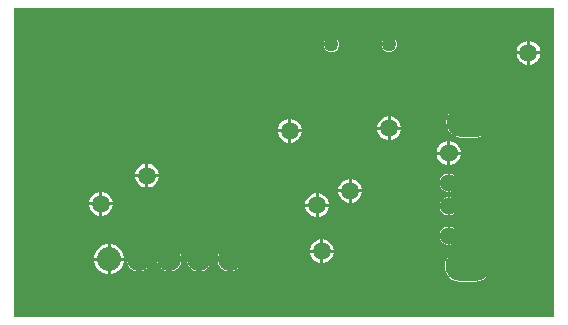
<source format=gbl>
G04*
G04 #@! TF.GenerationSoftware,Altium Limited,Altium Designer,22.8.2 (66)*
G04*
G04 Layer_Physical_Order=2*
G04 Layer_Color=16711680*
%FSLAX44Y44*%
%MOMM*%
G71*
G04*
G04 #@! TF.SameCoordinates,52C54432-6914-4BE2-A169-96465BD4BA84*
G04*
G04*
G04 #@! TF.FilePolarity,Positive*
G04*
G01*
G75*
%ADD35C,1.2700*%
%ADD36O,3.8100X2.5400*%
%ADD37C,1.5240*%
%ADD38C,2.0320*%
%ADD39R,2.0320X2.0320*%
%ADD40C,1.5000*%
G36*
X1780000Y988000D02*
X1322000D01*
Y1250000D01*
X1780000D01*
Y988000D01*
D02*
G37*
%LPC*%
G36*
X1759322Y1222040D02*
X1759270D01*
Y1213270D01*
X1768040D01*
Y1213322D01*
X1767356Y1215875D01*
X1766034Y1218165D01*
X1764165Y1220034D01*
X1761875Y1221356D01*
X1759322Y1222040D01*
D02*
G37*
G36*
X1756730D02*
X1756678D01*
X1754125Y1221356D01*
X1751835Y1220034D01*
X1749966Y1218165D01*
X1748644Y1215875D01*
X1747960Y1213322D01*
Y1213270D01*
X1756730D01*
Y1222040D01*
D02*
G37*
G36*
X1641271Y1225389D02*
X1638729D01*
X1636381Y1224416D01*
X1634584Y1222619D01*
X1633611Y1220271D01*
Y1217729D01*
X1634584Y1215381D01*
X1636381Y1213584D01*
X1638729Y1212611D01*
X1641271D01*
X1643619Y1213584D01*
X1645416Y1215381D01*
X1646389Y1217729D01*
Y1220271D01*
X1645416Y1222619D01*
X1643619Y1224416D01*
X1641271Y1225389D01*
D02*
G37*
G36*
X1592271D02*
X1589729D01*
X1587381Y1224416D01*
X1585584Y1222619D01*
X1584611Y1220271D01*
Y1217729D01*
X1585584Y1215381D01*
X1587381Y1213584D01*
X1589729Y1212611D01*
X1592271D01*
X1594619Y1213584D01*
X1596416Y1215381D01*
X1597389Y1217729D01*
Y1220271D01*
X1596416Y1222619D01*
X1594619Y1224416D01*
X1592271Y1225389D01*
D02*
G37*
G36*
X1768040Y1210730D02*
X1759270D01*
Y1201960D01*
X1759322D01*
X1761875Y1202644D01*
X1764165Y1203966D01*
X1766034Y1205835D01*
X1767356Y1208125D01*
X1768040Y1210678D01*
Y1210730D01*
D02*
G37*
G36*
X1756730D02*
X1747960D01*
Y1210678D01*
X1748644Y1208125D01*
X1749966Y1205835D01*
X1751835Y1203966D01*
X1754125Y1202644D01*
X1756678Y1201960D01*
X1756730D01*
Y1210730D01*
D02*
G37*
G36*
X1641322Y1158040D02*
X1641270D01*
Y1149270D01*
X1650040D01*
Y1149322D01*
X1649356Y1151875D01*
X1648034Y1154165D01*
X1646165Y1156034D01*
X1643875Y1157356D01*
X1641322Y1158040D01*
D02*
G37*
G36*
X1638730D02*
X1638678D01*
X1636125Y1157356D01*
X1633835Y1156034D01*
X1631966Y1154165D01*
X1630644Y1151875D01*
X1629960Y1149322D01*
Y1149270D01*
X1638730D01*
Y1158040D01*
D02*
G37*
G36*
X1557322Y1156040D02*
X1557270D01*
Y1147270D01*
X1566040D01*
Y1147322D01*
X1565356Y1149875D01*
X1564034Y1152165D01*
X1562165Y1154034D01*
X1559875Y1155356D01*
X1557322Y1156040D01*
D02*
G37*
G36*
X1554730D02*
X1554678D01*
X1552125Y1155356D01*
X1549835Y1154034D01*
X1547966Y1152165D01*
X1546644Y1149875D01*
X1545960Y1147322D01*
Y1147270D01*
X1554730D01*
Y1156040D01*
D02*
G37*
G36*
X1713720Y1165889D02*
X1701020D01*
X1697695Y1165451D01*
X1694596Y1164167D01*
X1691935Y1162125D01*
X1689893Y1159464D01*
X1688609Y1156366D01*
X1688172Y1153040D01*
X1688609Y1149715D01*
X1689893Y1146616D01*
X1691935Y1143955D01*
X1694596Y1141913D01*
X1697695Y1140629D01*
X1701020Y1140191D01*
X1713720D01*
X1717045Y1140629D01*
X1720144Y1141913D01*
X1722805Y1143955D01*
X1724847Y1146616D01*
X1726131Y1149715D01*
X1726568Y1153040D01*
X1726131Y1156366D01*
X1724847Y1159464D01*
X1722805Y1162125D01*
X1720144Y1164167D01*
X1717045Y1165451D01*
X1713720Y1165889D01*
D02*
G37*
G36*
X1650040Y1146730D02*
X1641270D01*
Y1137960D01*
X1641322D01*
X1643875Y1138644D01*
X1646165Y1139966D01*
X1648034Y1141835D01*
X1649356Y1144125D01*
X1650040Y1146678D01*
Y1146730D01*
D02*
G37*
G36*
X1638730D02*
X1629960D01*
Y1146678D01*
X1630644Y1144125D01*
X1631966Y1141835D01*
X1633835Y1139966D01*
X1636125Y1138644D01*
X1638678Y1137960D01*
X1638730D01*
Y1146730D01*
D02*
G37*
G36*
X1566040Y1144730D02*
X1557270D01*
Y1135960D01*
X1557322D01*
X1559875Y1136644D01*
X1562165Y1137966D01*
X1564034Y1139835D01*
X1565356Y1142125D01*
X1566040Y1144678D01*
Y1144730D01*
D02*
G37*
G36*
X1554730D02*
X1545960D01*
Y1144678D01*
X1546644Y1142125D01*
X1547966Y1139835D01*
X1549835Y1137966D01*
X1552125Y1136644D01*
X1554678Y1135960D01*
X1554730D01*
Y1144730D01*
D02*
G37*
G36*
X1691708Y1137200D02*
X1691640D01*
Y1128310D01*
X1700530D01*
Y1128378D01*
X1699838Y1130962D01*
X1698500Y1133278D01*
X1696608Y1135170D01*
X1694292Y1136508D01*
X1691708Y1137200D01*
D02*
G37*
G36*
X1689100D02*
X1689032D01*
X1686448Y1136508D01*
X1684132Y1135170D01*
X1682240Y1133278D01*
X1680902Y1130962D01*
X1680210Y1128378D01*
Y1128310D01*
X1689100D01*
Y1137200D01*
D02*
G37*
G36*
X1700530Y1125770D02*
X1691640D01*
Y1116880D01*
X1691708D01*
X1694292Y1117572D01*
X1696608Y1118910D01*
X1698500Y1120802D01*
X1699838Y1123118D01*
X1700530Y1125702D01*
Y1125770D01*
D02*
G37*
G36*
X1689100D02*
X1680210D01*
Y1125702D01*
X1680902Y1123118D01*
X1682240Y1120802D01*
X1684132Y1118910D01*
X1686448Y1117572D01*
X1689032Y1116880D01*
X1689100D01*
Y1125770D01*
D02*
G37*
G36*
X1436322Y1118040D02*
X1436270D01*
Y1109270D01*
X1445040D01*
Y1109322D01*
X1444356Y1111875D01*
X1443034Y1114165D01*
X1441165Y1116034D01*
X1438875Y1117356D01*
X1436322Y1118040D01*
D02*
G37*
G36*
X1433730D02*
X1433678D01*
X1431125Y1117356D01*
X1428835Y1116034D01*
X1426966Y1114165D01*
X1425644Y1111875D01*
X1424960Y1109322D01*
Y1109270D01*
X1433730D01*
Y1118040D01*
D02*
G37*
G36*
X1445040Y1106730D02*
X1436270D01*
Y1097960D01*
X1436322D01*
X1438875Y1098644D01*
X1441165Y1099966D01*
X1443034Y1101835D01*
X1444356Y1104125D01*
X1445040Y1106678D01*
Y1106730D01*
D02*
G37*
G36*
X1433730D02*
X1424960D01*
Y1106678D01*
X1425644Y1104125D01*
X1426966Y1101835D01*
X1428835Y1099966D01*
X1431125Y1098644D01*
X1433678Y1097960D01*
X1433730D01*
Y1106730D01*
D02*
G37*
G36*
X1608322Y1105040D02*
X1608270D01*
Y1096270D01*
X1617040D01*
Y1096322D01*
X1616356Y1098875D01*
X1615034Y1101165D01*
X1613165Y1103034D01*
X1610875Y1104356D01*
X1608322Y1105040D01*
D02*
G37*
G36*
X1605730D02*
X1605678D01*
X1603125Y1104356D01*
X1600835Y1103034D01*
X1598966Y1101165D01*
X1597644Y1098875D01*
X1596960Y1096322D01*
Y1096270D01*
X1605730D01*
Y1105040D01*
D02*
G37*
G36*
X1691378Y1109699D02*
X1689362D01*
X1687414Y1109177D01*
X1685668Y1108168D01*
X1684242Y1106742D01*
X1683233Y1104996D01*
X1682711Y1103048D01*
Y1101032D01*
X1683233Y1099084D01*
X1684242Y1097337D01*
X1685668Y1095912D01*
X1687414Y1094903D01*
X1689362Y1094381D01*
X1691378D01*
X1693326Y1094903D01*
X1695072Y1095912D01*
X1696498Y1097337D01*
X1697507Y1099084D01*
X1698029Y1101032D01*
Y1103048D01*
X1697507Y1104996D01*
X1696498Y1106742D01*
X1695072Y1108168D01*
X1693326Y1109177D01*
X1691378Y1109699D01*
D02*
G37*
G36*
X1397322Y1094040D02*
X1397270D01*
Y1085270D01*
X1406040D01*
Y1085322D01*
X1405356Y1087875D01*
X1404034Y1090165D01*
X1402165Y1092034D01*
X1399875Y1093356D01*
X1397322Y1094040D01*
D02*
G37*
G36*
X1394730D02*
X1394678D01*
X1392125Y1093356D01*
X1389835Y1092034D01*
X1387966Y1090165D01*
X1386644Y1087875D01*
X1385960Y1085322D01*
Y1085270D01*
X1394730D01*
Y1094040D01*
D02*
G37*
G36*
X1617040Y1093730D02*
X1608270D01*
Y1084960D01*
X1608322D01*
X1610875Y1085644D01*
X1613165Y1086966D01*
X1615034Y1088835D01*
X1616356Y1091125D01*
X1617040Y1093678D01*
Y1093730D01*
D02*
G37*
G36*
X1605730D02*
X1596960D01*
Y1093678D01*
X1597644Y1091125D01*
X1598966Y1088835D01*
X1600835Y1086966D01*
X1603125Y1085644D01*
X1605678Y1084960D01*
X1605730D01*
Y1093730D01*
D02*
G37*
G36*
X1580322Y1093040D02*
X1580270D01*
Y1084270D01*
X1589040D01*
Y1084322D01*
X1588356Y1086875D01*
X1587034Y1089165D01*
X1585165Y1091034D01*
X1582875Y1092356D01*
X1580322Y1093040D01*
D02*
G37*
G36*
X1577730D02*
X1577678D01*
X1575125Y1092356D01*
X1572835Y1091034D01*
X1570966Y1089165D01*
X1569644Y1086875D01*
X1568960Y1084322D01*
Y1084270D01*
X1577730D01*
Y1093040D01*
D02*
G37*
G36*
X1691378Y1089699D02*
X1689362D01*
X1687414Y1089177D01*
X1685668Y1088168D01*
X1684242Y1086742D01*
X1683233Y1084996D01*
X1682711Y1083048D01*
Y1081032D01*
X1683233Y1079084D01*
X1684242Y1077337D01*
X1685668Y1075912D01*
X1687414Y1074903D01*
X1689362Y1074381D01*
X1691378D01*
X1693326Y1074903D01*
X1695072Y1075912D01*
X1696498Y1077337D01*
X1697507Y1079084D01*
X1698029Y1081032D01*
Y1083048D01*
X1697507Y1084996D01*
X1696498Y1086742D01*
X1695072Y1088168D01*
X1693326Y1089177D01*
X1691378Y1089699D01*
D02*
G37*
G36*
X1406040Y1082730D02*
X1397270D01*
Y1073960D01*
X1397322D01*
X1399875Y1074644D01*
X1402165Y1075966D01*
X1404034Y1077835D01*
X1405356Y1080125D01*
X1406040Y1082678D01*
Y1082730D01*
D02*
G37*
G36*
X1394730D02*
X1385960D01*
Y1082678D01*
X1386644Y1080125D01*
X1387966Y1077835D01*
X1389835Y1075966D01*
X1392125Y1074644D01*
X1394678Y1073960D01*
X1394730D01*
Y1082730D01*
D02*
G37*
G36*
X1589040Y1081730D02*
X1580270D01*
Y1072960D01*
X1580322D01*
X1582875Y1073644D01*
X1585165Y1074966D01*
X1587034Y1076835D01*
X1588356Y1079125D01*
X1589040Y1081678D01*
Y1081730D01*
D02*
G37*
G36*
X1577730D02*
X1568960D01*
Y1081678D01*
X1569644Y1079125D01*
X1570966Y1076835D01*
X1572835Y1074966D01*
X1575125Y1073644D01*
X1577678Y1072960D01*
X1577730D01*
Y1081730D01*
D02*
G37*
G36*
X1691378Y1064699D02*
X1689362D01*
X1687414Y1064177D01*
X1685668Y1063168D01*
X1684242Y1061742D01*
X1683233Y1059996D01*
X1682711Y1058048D01*
Y1056032D01*
X1683233Y1054084D01*
X1684242Y1052337D01*
X1685668Y1050912D01*
X1687414Y1049903D01*
X1689362Y1049381D01*
X1691378D01*
X1693326Y1049903D01*
X1695072Y1050912D01*
X1696498Y1052337D01*
X1697507Y1054084D01*
X1698029Y1056032D01*
Y1058048D01*
X1697507Y1059996D01*
X1696498Y1061742D01*
X1695072Y1063168D01*
X1693326Y1064177D01*
X1691378Y1064699D01*
D02*
G37*
G36*
X1584322Y1054040D02*
X1584270D01*
Y1045270D01*
X1593040D01*
Y1045322D01*
X1592356Y1047875D01*
X1591034Y1050165D01*
X1589165Y1052034D01*
X1586875Y1053356D01*
X1584322Y1054040D01*
D02*
G37*
G36*
X1581730D02*
X1581678D01*
X1579125Y1053356D01*
X1576835Y1052034D01*
X1574966Y1050165D01*
X1573644Y1047875D01*
X1572960Y1045322D01*
Y1045270D01*
X1581730D01*
Y1054040D01*
D02*
G37*
G36*
X1404672Y1049700D02*
X1404270D01*
Y1038270D01*
X1415700D01*
Y1038672D01*
X1414834Y1041902D01*
X1413163Y1044798D01*
X1410798Y1047162D01*
X1407902Y1048835D01*
X1404672Y1049700D01*
D02*
G37*
G36*
X1401730D02*
X1401328D01*
X1398098Y1048835D01*
X1395202Y1047162D01*
X1392838Y1044798D01*
X1391165Y1041902D01*
X1390300Y1038672D01*
Y1038270D01*
X1401730D01*
Y1049700D01*
D02*
G37*
G36*
X1593040Y1042730D02*
X1584270D01*
Y1033960D01*
X1584322D01*
X1586875Y1034644D01*
X1589165Y1035966D01*
X1591034Y1037835D01*
X1592356Y1040125D01*
X1593040Y1042678D01*
Y1042730D01*
D02*
G37*
G36*
X1581730D02*
X1572960D01*
Y1042678D01*
X1573644Y1040125D01*
X1574966Y1037835D01*
X1576835Y1035966D01*
X1579125Y1034644D01*
X1581678Y1033960D01*
X1581730D01*
Y1042730D01*
D02*
G37*
G36*
X1540199Y1047199D02*
X1519801D01*
Y1026801D01*
X1540199D01*
Y1047199D01*
D02*
G37*
G36*
X1506343D02*
X1503657D01*
X1501064Y1046504D01*
X1498738Y1045161D01*
X1496839Y1043262D01*
X1495496Y1040937D01*
X1494801Y1038343D01*
Y1035657D01*
X1495496Y1033064D01*
X1496839Y1030738D01*
X1498738Y1028839D01*
X1501064Y1027496D01*
X1503657Y1026801D01*
X1506343D01*
X1508936Y1027496D01*
X1511262Y1028839D01*
X1513161Y1030738D01*
X1514504Y1033064D01*
X1515199Y1035657D01*
Y1038343D01*
X1514504Y1040937D01*
X1513161Y1043262D01*
X1511262Y1045161D01*
X1508936Y1046504D01*
X1506343Y1047199D01*
D02*
G37*
G36*
X1480343D02*
X1477657D01*
X1475063Y1046504D01*
X1472738Y1045161D01*
X1470839Y1043262D01*
X1469496Y1040937D01*
X1468801Y1038343D01*
Y1035657D01*
X1469496Y1033064D01*
X1470839Y1030738D01*
X1472738Y1028839D01*
X1475063Y1027496D01*
X1477657Y1026801D01*
X1480343D01*
X1482937Y1027496D01*
X1485262Y1028839D01*
X1487161Y1030738D01*
X1488504Y1033064D01*
X1489199Y1035657D01*
Y1038343D01*
X1488504Y1040937D01*
X1487161Y1043262D01*
X1485262Y1045161D01*
X1482937Y1046504D01*
X1480343Y1047199D01*
D02*
G37*
G36*
X1455343D02*
X1452657D01*
X1450063Y1046504D01*
X1447738Y1045161D01*
X1445839Y1043262D01*
X1444496Y1040937D01*
X1443801Y1038343D01*
Y1035657D01*
X1444496Y1033064D01*
X1445839Y1030738D01*
X1447738Y1028839D01*
X1450063Y1027496D01*
X1452657Y1026801D01*
X1455343D01*
X1457937Y1027496D01*
X1460262Y1028839D01*
X1462161Y1030738D01*
X1463504Y1033064D01*
X1464199Y1035657D01*
Y1038343D01*
X1463504Y1040937D01*
X1462161Y1043262D01*
X1460262Y1045161D01*
X1457937Y1046504D01*
X1455343Y1047199D01*
D02*
G37*
G36*
X1429343D02*
X1426657D01*
X1424064Y1046504D01*
X1421738Y1045161D01*
X1419839Y1043262D01*
X1418496Y1040937D01*
X1417801Y1038343D01*
Y1035657D01*
X1418496Y1033064D01*
X1419839Y1030738D01*
X1421738Y1028839D01*
X1424064Y1027496D01*
X1426657Y1026801D01*
X1429343D01*
X1431936Y1027496D01*
X1434262Y1028839D01*
X1436161Y1030738D01*
X1437504Y1033064D01*
X1438199Y1035657D01*
Y1038343D01*
X1437504Y1040937D01*
X1436161Y1043262D01*
X1434262Y1045161D01*
X1431936Y1046504D01*
X1429343Y1047199D01*
D02*
G37*
G36*
X1415700Y1035730D02*
X1404270D01*
Y1024300D01*
X1404672D01*
X1407902Y1025165D01*
X1410798Y1026837D01*
X1413163Y1029202D01*
X1414834Y1032098D01*
X1415700Y1035328D01*
Y1035730D01*
D02*
G37*
G36*
X1401730D02*
X1390300D01*
Y1035328D01*
X1391165Y1032098D01*
X1392838Y1029202D01*
X1395202Y1026837D01*
X1398098Y1025165D01*
X1401328Y1024300D01*
X1401730D01*
Y1035730D01*
D02*
G37*
G36*
X1712720Y1043888D02*
X1700020D01*
X1696694Y1043451D01*
X1693596Y1042167D01*
X1690935Y1040125D01*
X1688893Y1037464D01*
X1687609Y1034365D01*
X1687171Y1031040D01*
X1687609Y1027715D01*
X1688893Y1024616D01*
X1690935Y1021955D01*
X1693596Y1019913D01*
X1696694Y1018629D01*
X1700020Y1018192D01*
X1712720D01*
X1716045Y1018629D01*
X1719144Y1019913D01*
X1721805Y1021955D01*
X1723847Y1024616D01*
X1725131Y1027715D01*
X1725569Y1031040D01*
X1725131Y1034365D01*
X1723847Y1037464D01*
X1721805Y1040125D01*
X1719144Y1042167D01*
X1716045Y1043451D01*
X1712720Y1043888D01*
D02*
G37*
%LPD*%
D35*
X1591000Y1219000D02*
D03*
X1640000D02*
D03*
D36*
X1707370Y1153040D02*
D03*
X1706370Y1031040D02*
D03*
D37*
X1690370Y1082040D02*
D03*
Y1102040D02*
D03*
Y1057040D02*
D03*
Y1127040D02*
D03*
D38*
X1505000Y1037000D02*
D03*
X1403000D02*
D03*
X1428000D02*
D03*
X1454000D02*
D03*
X1479000D02*
D03*
D39*
X1530000D02*
D03*
D40*
X1758000Y1212000D02*
D03*
X1435000Y1108000D02*
D03*
X1607000Y1095000D02*
D03*
X1396000Y1084000D02*
D03*
X1556000Y1146000D02*
D03*
X1640000Y1148000D02*
D03*
X1583000Y1044000D02*
D03*
X1579000Y1083000D02*
D03*
M02*

</source>
